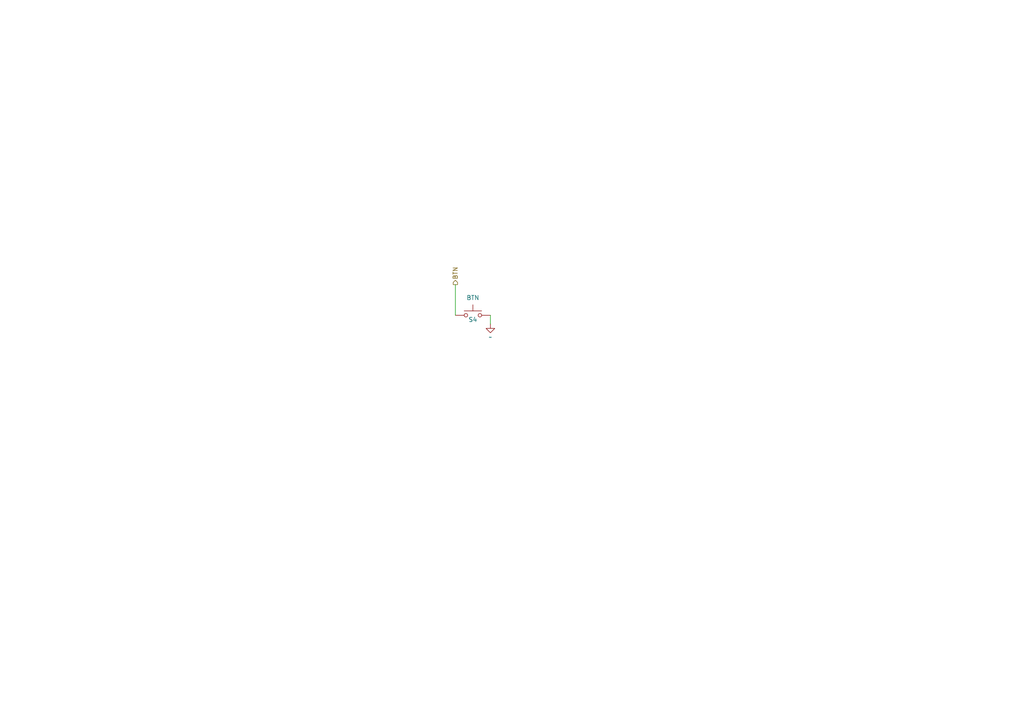
<source format=kicad_sch>
(kicad_sch (version 20231120) (generator "eeschema") (generator_version "8.0")
  (paper "A4")
  (title_block (title "YardForce SA/SC 10Buttons 12LEDs CoverUI") (date "2023-10-20") (rev "0.1") (comment 1 "(c) Apehaenger") (comment 2 "For https://openmower.de") (comment 3 "RM-ECOW-V1.0.0 2018.06.05 with STM32F030R8T6"))
  (lib_symbols
    (symbol "Switch:SW_Push" (pin_numbers hide) (pin_names (offset 1.016) hide)
      (property "Reference" "SW" (at 1.27 2.54 0))
      (property "Value" "SW_Push" (at 0 -1.524 0))
      (symbol "SW_Push_0_1"
        (circle (center -2.032 0) (radius 0.508))
        (polyline (pts (xy 0 1.27) (xy 0 3.048)))
        (polyline (pts (xy 2.54 1.27) (xy -2.54 1.27)))
        (circle (center 2.032 0) (radius 0.508))
        (pin passive line (at -5.08 0 0) (length 2.54) (name "1") (number "1"))
        (pin passive line (at 5.08 0 180) (length 2.54) (name "2") (number "2"))
      )
    )
    (symbol "power:GND" (power) (pin_names (offset 0))
      (property "Value" "GND" (at 0 -3.81 0))
      (symbol "GND_0_1"
        (polyline (pts (xy 0 0) (xy 0 -1.27) (xy 1.27 -1.27) (xy 0 -2.54) (xy -1.27 -1.27) (xy 0 -1.27)))
      )
      (symbol "GND_1_1"
        (pin power_in line (at 0 0 270) (length 0) hide (name "GND") (number "1"))
      )
    )
  )
  (wire (pts (xy 132.08 82.55) (xy 132.08 91.44)))
  (wire (pts (xy 142.24 91.44) (xy 142.24 93.98)))
  (hierarchical_label "BTN" (shape output) (at 132.08 82.55 90))
  (symbol (lib_id "power:GND") (at 142.24 93.98 0) (unit 1)
    (property "Reference" "#PWR?" (effects (hide yes)))
    (property "Value" "~" (at 142.24 97.79 0))
  )
  (symbol (lib_id "Switch:SW_Push") (at 137.16 91.44 0) (mirror y) (unit 1)
    (property "Reference" "S4" (at 137.16 92.71 0))
    (property "Value" "BTN" (at 137.16 86.36 0))
    (instances (project "SA650 9Button-11LED Board" (path "" (reference "S4") (unit 1)) (path "" (reference "S?") (unit 1)) (path "" (reference "S?") (unit 1)) (path "" (reference "S?") (unit 1)) (path "" (reference "S?") (unit 1)) (path "" (reference "S4") (unit 1)) (path "" (reference "S4") (unit 1)) (path "" (reference "S4") (unit 1)) (path "" (reference "S4") (unit 1)) (path "" (reference "S4") (unit 1))))
  )
)
</source>
